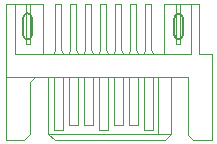
<source format=gto>
G04 #@! TF.FileFunction,Legend,Top*
%FSLAX46Y46*%
G04 Gerber Fmt 4.6, Leading zero omitted, Abs format (unit mm)*
G04 Created by KiCad (PCBNEW 4.0.7-e2-6376~58~ubuntu16.04.1) date Sat Jan 13 09:54:03 2018*
%MOMM*%
%LPD*%
G01*
G04 APERTURE LIST*
%ADD10C,0.100000*%
%ADD11C,0.150000*%
%ADD12C,0.120000*%
G04 APERTURE END LIST*
D10*
D11*
X142453260Y-95004020D02*
X142453260Y-96505160D01*
X141752220Y-96505160D02*
X141752220Y-95004020D01*
X155249780Y-95004020D02*
X155249780Y-96505160D01*
X154548740Y-96505160D02*
X154548740Y-95004020D01*
D12*
X140273940Y-105354520D02*
X140273940Y-99992580D01*
X140273940Y-99992580D02*
X140273940Y-93835620D01*
X140273940Y-93835620D02*
X141066420Y-93835620D01*
X141066420Y-93835620D02*
X143438780Y-93835620D01*
X143438780Y-93835620D02*
X143438780Y-98057100D01*
X141066420Y-93835620D02*
X141066420Y-98057100D01*
X141066420Y-98057100D02*
X153636880Y-98057100D01*
X153636880Y-98057100D02*
X155925420Y-98057100D01*
X155925420Y-98057100D02*
X155925420Y-93835620D01*
X153636880Y-98057100D02*
X153636880Y-93835620D01*
X153636880Y-93835620D02*
X155044040Y-93835620D01*
X155044040Y-93835620D02*
X156629000Y-93835620D01*
X156629000Y-93835620D02*
X156629000Y-98057100D01*
X156629000Y-98057100D02*
X157683100Y-98057100D01*
X157683100Y-98057100D02*
X157683100Y-105354520D01*
X157683100Y-105354520D02*
X156100680Y-105354520D01*
X156100680Y-105354520D02*
X155661260Y-104917640D01*
X155661260Y-104917640D02*
X155661260Y-99992580D01*
X155661260Y-99992580D02*
X154254100Y-99992580D01*
X154254100Y-99992580D02*
X154254100Y-104828740D01*
X154254100Y-104828740D02*
X154254100Y-104828740D01*
X154254100Y-104828740D02*
X153725780Y-105354520D01*
X153725780Y-105354520D02*
X144426840Y-105351980D01*
X141770000Y-105354520D02*
X140273940Y-105354520D01*
X142295780Y-104828740D02*
X141770000Y-105354520D01*
X142295780Y-104828740D02*
X142295780Y-100432000D01*
X142295780Y-100432000D02*
X142735200Y-99992580D01*
X140273940Y-99992580D02*
X154254100Y-99992580D01*
X154165200Y-104828740D02*
X153111100Y-104828740D01*
X153111100Y-104828740D02*
X143878200Y-104828740D01*
X144403980Y-105341820D02*
X143878200Y-104828740D01*
X143878200Y-104828740D02*
X143878200Y-100081480D01*
X148120000Y-100051000D02*
X148120000Y-104496000D01*
X148120000Y-104496000D02*
X148882000Y-104496000D01*
X148882000Y-104496000D02*
X148882000Y-100051000D01*
X146850000Y-100051000D02*
X146850000Y-104115000D01*
X146850000Y-104115000D02*
X147612000Y-104115000D01*
X147612000Y-104115000D02*
X147612000Y-100051000D01*
X149390000Y-100051000D02*
X149390000Y-104115000D01*
X149390000Y-104115000D02*
X150152000Y-104115000D01*
X150152000Y-104115000D02*
X150152000Y-100051000D01*
X150660000Y-100051000D02*
X150660000Y-104115000D01*
X150660000Y-104115000D02*
X151422000Y-104115000D01*
X151422000Y-104115000D02*
X151422000Y-100051000D01*
X151930000Y-100051000D02*
X151930000Y-104496000D01*
X151930000Y-104496000D02*
X152692000Y-104496000D01*
X152692000Y-104496000D02*
X152692000Y-100051000D01*
X153111100Y-104828740D02*
X153111100Y-100081480D01*
X145072000Y-100051000D02*
X145072000Y-104496000D01*
X145072000Y-104496000D02*
X144310000Y-104496000D01*
X144310000Y-104496000D02*
X144310000Y-100051000D01*
X145580000Y-100051000D02*
X145580000Y-104115000D01*
X145580000Y-104115000D02*
X146342000Y-104115000D01*
X146342000Y-104115000D02*
X146342000Y-100051000D01*
X144310000Y-98019000D02*
X144437000Y-97767540D01*
X144437000Y-97767540D02*
X144437000Y-93828000D01*
X144437000Y-93828000D02*
X144945000Y-93828000D01*
X144945000Y-93828000D02*
X144945000Y-97767540D01*
X144945000Y-97767540D02*
X145072000Y-98019000D01*
X145580000Y-98019000D02*
X145707000Y-97767540D01*
X145707000Y-97767540D02*
X145707000Y-93828000D01*
X145707000Y-93828000D02*
X146215000Y-93828000D01*
X146215000Y-93828000D02*
X146215000Y-97767540D01*
X146215000Y-97767540D02*
X146342000Y-98019000D01*
X146850000Y-98019000D02*
X146977000Y-97767540D01*
X146977000Y-97767540D02*
X146977000Y-93828000D01*
X146977000Y-93828000D02*
X147485000Y-93828000D01*
X147485000Y-93828000D02*
X147485000Y-97767540D01*
X147485000Y-97767540D02*
X147612000Y-98019000D01*
X148120000Y-98019000D02*
X148247000Y-97767540D01*
X148247000Y-97767540D02*
X148247000Y-93828000D01*
X148247000Y-93828000D02*
X148755000Y-93828000D01*
X148755000Y-93828000D02*
X148755000Y-97767540D01*
X148755000Y-97767540D02*
X148882000Y-98019000D01*
X149390000Y-98019000D02*
X149517000Y-97767540D01*
X149517000Y-97767540D02*
X149517000Y-93828000D01*
X149517000Y-93828000D02*
X150025000Y-93828000D01*
X150025000Y-93828000D02*
X150025000Y-97767540D01*
X150025000Y-97767540D02*
X150152000Y-98019000D01*
X150660000Y-98019000D02*
X150787000Y-97767540D01*
X150787000Y-97767540D02*
X150787000Y-93828000D01*
X150787000Y-93828000D02*
X151295000Y-93828000D01*
X151295000Y-93828000D02*
X151295000Y-97767540D01*
X151295000Y-97767540D02*
X151422000Y-98019000D01*
X151930000Y-98019000D02*
X152057000Y-97767540D01*
X152057000Y-97767540D02*
X152057000Y-93828000D01*
X152057000Y-93828000D02*
X152565000Y-93828000D01*
X152565000Y-93828000D02*
X152565000Y-97767540D01*
X152565000Y-97767540D02*
X152692000Y-98019000D01*
X141945260Y-93924520D02*
X141945260Y-97267160D01*
X141945260Y-97267160D02*
X142295780Y-97267160D01*
X142295780Y-97267160D02*
X142295780Y-93924520D01*
X154693520Y-93924520D02*
X154693520Y-97267160D01*
X154693520Y-97267160D02*
X155044040Y-97267160D01*
X155044040Y-97267160D02*
X155044040Y-93835620D01*
D11*
X142102740Y-94653500D02*
G75*
G03X141752220Y-95004020I0J-350520D01*
G01*
X142450720Y-95004020D02*
G75*
G03X142102740Y-94656040I-347980J0D01*
G01*
X142102740Y-96855680D02*
G75*
G03X142453260Y-96505160I0J350520D01*
G01*
X141752220Y-96505160D02*
G75*
G03X142102740Y-96855680I350520J0D01*
G01*
X154899260Y-94653500D02*
G75*
G03X154548740Y-95004020I0J-350520D01*
G01*
X155247240Y-95004020D02*
G75*
G03X154899260Y-94656040I-347980J0D01*
G01*
X154899260Y-96855680D02*
G75*
G03X155249780Y-96505160I0J350520D01*
G01*
X154548740Y-96505160D02*
G75*
G03X154899260Y-96855680I350520J0D01*
G01*
M02*

</source>
